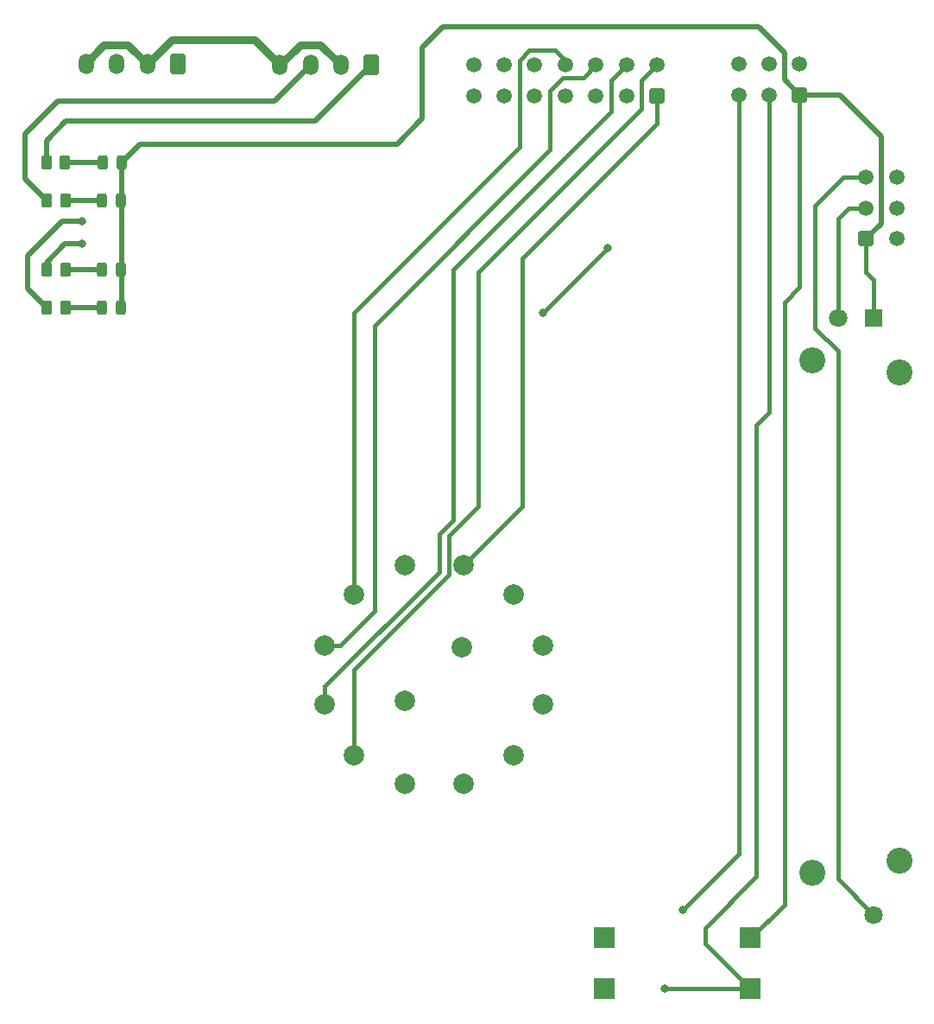
<source format=gbr>
%TF.GenerationSoftware,KiCad,Pcbnew,7.0.5*%
%TF.CreationDate,2023-09-23T15:40:50-05:00*%
%TF.ProjectId,ControlsSim,436f6e74-726f-46c7-9353-696d2e6b6963,rev?*%
%TF.SameCoordinates,Original*%
%TF.FileFunction,Copper,L1,Top*%
%TF.FilePolarity,Positive*%
%FSLAX46Y46*%
G04 Gerber Fmt 4.6, Leading zero omitted, Abs format (unit mm)*
G04 Created by KiCad (PCBNEW 7.0.5) date 2023-09-23 15:40:50*
%MOMM*%
%LPD*%
G01*
G04 APERTURE LIST*
G04 Aperture macros list*
%AMRoundRect*
0 Rectangle with rounded corners*
0 $1 Rounding radius*
0 $2 $3 $4 $5 $6 $7 $8 $9 X,Y pos of 4 corners*
0 Add a 4 corners polygon primitive as box body*
4,1,4,$2,$3,$4,$5,$6,$7,$8,$9,$2,$3,0*
0 Add four circle primitives for the rounded corners*
1,1,$1+$1,$2,$3*
1,1,$1+$1,$4,$5*
1,1,$1+$1,$6,$7*
1,1,$1+$1,$8,$9*
0 Add four rect primitives between the rounded corners*
20,1,$1+$1,$2,$3,$4,$5,0*
20,1,$1+$1,$4,$5,$6,$7,0*
20,1,$1+$1,$6,$7,$8,$9,0*
20,1,$1+$1,$8,$9,$2,$3,0*%
G04 Aperture macros list end*
%TA.AperFunction,SMDPad,CuDef*%
%ADD10RoundRect,0.243750X-0.243750X-0.456250X0.243750X-0.456250X0.243750X0.456250X-0.243750X0.456250X0*%
%TD*%
%TA.AperFunction,SMDPad,CuDef*%
%ADD11RoundRect,0.250000X-0.262500X-0.450000X0.262500X-0.450000X0.262500X0.450000X-0.262500X0.450000X0*%
%TD*%
%TA.AperFunction,ComponentPad*%
%ADD12RoundRect,0.250001X0.499999X0.499999X-0.499999X0.499999X-0.499999X-0.499999X0.499999X-0.499999X0*%
%TD*%
%TA.AperFunction,ComponentPad*%
%ADD13C,1.500000*%
%TD*%
%TA.AperFunction,ComponentPad*%
%ADD14RoundRect,0.250001X0.499999X0.759999X-0.499999X0.759999X-0.499999X-0.759999X0.499999X-0.759999X0*%
%TD*%
%TA.AperFunction,ComponentPad*%
%ADD15O,1.500000X2.020000*%
%TD*%
%TA.AperFunction,SMDPad,CuDef*%
%ADD16RoundRect,0.250000X0.262500X0.450000X-0.262500X0.450000X-0.262500X-0.450000X0.262500X-0.450000X0*%
%TD*%
%TA.AperFunction,ComponentPad*%
%ADD17R,1.800000X1.800000*%
%TD*%
%TA.AperFunction,ComponentPad*%
%ADD18C,1.800000*%
%TD*%
%TA.AperFunction,ComponentPad*%
%ADD19C,2.550000*%
%TD*%
%TA.AperFunction,SMDPad,CuDef*%
%ADD20R,2.100000X2.100000*%
%TD*%
%TA.AperFunction,ComponentPad*%
%ADD21C,2.006600*%
%TD*%
%TA.AperFunction,ComponentPad*%
%ADD22RoundRect,0.250001X0.499999X-0.499999X0.499999X0.499999X-0.499999X0.499999X-0.499999X-0.499999X0*%
%TD*%
%TA.AperFunction,ViaPad*%
%ADD23C,0.800000*%
%TD*%
%TA.AperFunction,Conductor*%
%ADD24C,0.400000*%
%TD*%
%TA.AperFunction,Conductor*%
%ADD25C,0.750000*%
%TD*%
%TA.AperFunction,Conductor*%
%ADD26C,0.500000*%
%TD*%
G04 APERTURE END LIST*
D10*
%TO.P,D4,1,K*%
%TO.N,/A_D_Pre1*%
X118062500Y-67750000D03*
%TO.P,D4,2,A*%
%TO.N,+3V3*%
X119937500Y-67750000D03*
%TD*%
D11*
%TO.P,R4,1*%
%TO.N,/M_D_Pre2*%
X112625500Y-78232000D03*
%TO.P,R4,2*%
%TO.N,/M_D_Pre1*%
X114450500Y-78232000D03*
%TD*%
D12*
%TO.P,J7,1,Pin_1*%
%TO.N,/Rot1*%
X172500000Y-57500000D03*
D13*
%TO.P,J7,2,Pin_2*%
%TO.N,/Rot2*%
X169500000Y-57500000D03*
%TO.P,J7,3,Pin_3*%
%TO.N,/Rot3*%
X166500000Y-57500000D03*
%TO.P,J7,4,Pin_4*%
%TO.N,/Rot4*%
X163500000Y-57500000D03*
%TO.P,J7,5,Pin_5*%
%TO.N,/Rot5*%
X160500000Y-57500000D03*
%TO.P,J7,6,Pin_6*%
%TO.N,unconnected-(J7-Pin_6-Pad6)*%
X157500000Y-57500000D03*
%TO.P,J7,7,Pin_7*%
%TO.N,/Rot7*%
X154500000Y-57500000D03*
%TO.P,J7,8,Pin_8*%
%TO.N,/Rot8*%
X172500000Y-54500000D03*
%TO.P,J7,9,Pin_9*%
%TO.N,/Rot9*%
X169500000Y-54500000D03*
%TO.P,J7,10,Pin_10*%
%TO.N,/Rot10*%
X166500000Y-54500000D03*
%TO.P,J7,11,Pin_11*%
%TO.N,/Rot11*%
X163500000Y-54500000D03*
%TO.P,J7,12,Pin_12*%
%TO.N,unconnected-(J7-Pin_12-Pad12)*%
X160500000Y-54500000D03*
%TO.P,J7,13,Pin_13*%
%TO.N,/RotV+*%
X157500000Y-54500000D03*
%TO.P,J7,14,Pin_14*%
X154500000Y-54500000D03*
%TD*%
D14*
%TO.P,J6,1,Pin_1*%
%TO.N,/A_D_Mn2*%
X144500000Y-54500000D03*
D15*
%TO.P,J6,2,Pin_2*%
%TO.N,GND*%
X141500000Y-54500000D03*
%TO.P,J6,3,Pin_3*%
%TO.N,/A_D_Pre2*%
X138500000Y-54500000D03*
%TO.P,J6,4,Pin_4*%
%TO.N,GND*%
X135500000Y-54500000D03*
%TD*%
D10*
%TO.P,D2,1,K*%
%TO.N,/M_D_Pre1*%
X118062500Y-78250000D03*
%TO.P,D2,2,A*%
%TO.N,+3V3*%
X119937500Y-78250000D03*
%TD*%
D16*
%TO.P,R2,1*%
%TO.N,/M_D_Mn1*%
X114450500Y-74500000D03*
%TO.P,R2,2*%
%TO.N,/M_D_Mn2*%
X112625500Y-74500000D03*
%TD*%
D17*
%TO.P,RV1,1,1*%
%TO.N,+3V3*%
X193750000Y-79250000D03*
D18*
%TO.P,RV1,2,2*%
%TO.N,Acc_Pot_Vo*%
X190250000Y-79250000D03*
%TO.P,RV1,3,3*%
%TO.N,GND*%
X193750000Y-137750000D03*
D19*
%TO.P,RV1,S1*%
%TO.N,N/C*%
X196250000Y-84600000D03*
%TO.P,RV1,S2*%
X187750000Y-83400000D03*
%TO.P,RV1,S3*%
X196250000Y-132400000D03*
%TO.P,RV1,S4*%
X187750000Y-133600000D03*
%TD*%
D10*
%TO.P,D3,1,K*%
%TO.N,/A_D_Mn1*%
X118125000Y-64000000D03*
%TO.P,D3,2,A*%
%TO.N,+3V3*%
X120000000Y-64000000D03*
%TD*%
%TO.P,D1,1,K*%
%TO.N,/M_D_Mn1*%
X118062500Y-74500000D03*
%TO.P,D1,2,A*%
%TO.N,+3V3*%
X119937500Y-74500000D03*
%TD*%
D16*
%TO.P,R7,1*%
%TO.N,/A_D_Pre1*%
X114450500Y-67750000D03*
%TO.P,R7,2*%
%TO.N,/A_D_Pre2*%
X112625500Y-67750000D03*
%TD*%
D20*
%TO.P,S1,1,NO_1*%
%TO.N,unconnected-(S1-NO_1-Pad1)*%
X167350000Y-140000000D03*
%TO.P,S1,2,NO_2*%
%TO.N,+3V3*%
X181650000Y-140000000D03*
%TO.P,S1,3,COM_1*%
%TO.N,unconnected-(S1-COM_1-Pad3)*%
X167350000Y-145000000D03*
%TO.P,S1,4,COM_2*%
%TO.N,Brk_Signal*%
X181650000Y-145000000D03*
%TD*%
D12*
%TO.P,J3,1,Pin_1*%
%TO.N,+3V3*%
X186500000Y-57415000D03*
D13*
%TO.P,J3,2,Pin_2*%
%TO.N,Brk_Signal*%
X183500000Y-57415000D03*
%TO.P,J3,3,Pin_3*%
%TO.N,GND*%
X180500000Y-57415000D03*
%TO.P,J3,4,Pin_4*%
%TO.N,unconnected-(J3-Pin_4-Pad4)*%
X186500000Y-54415000D03*
%TO.P,J3,5,Pin_5*%
%TO.N,unconnected-(J3-Pin_5-Pad5)*%
X183500000Y-54415000D03*
%TO.P,J3,6,Pin_6*%
%TO.N,unconnected-(J3-Pin_6-Pad6)*%
X180500000Y-54415000D03*
%TD*%
D21*
%TO.P,SW2,1,1*%
%TO.N,/Rot1*%
X153499999Y-103500000D03*
%TO.P,SW2,2,2*%
%TO.N,/Rot2*%
X158475905Y-106372839D03*
%TO.P,SW2,3,3*%
%TO.N,/Rot3*%
X161348744Y-111348744D03*
%TO.P,SW2,4,4*%
%TO.N,/Rot4*%
X161348744Y-117094423D03*
%TO.P,SW2,5,5*%
%TO.N,/Rot5*%
X158475905Y-122070328D03*
%TO.P,SW2,6,6*%
%TO.N,unconnected-(SW2-Pad6)*%
X153499999Y-124943167D03*
%TO.P,SW2,7,7*%
%TO.N,/Rot7*%
X147754321Y-124943167D03*
%TO.P,SW2,8,8*%
%TO.N,/Rot8*%
X142778416Y-122070328D03*
%TO.P,SW2,9,9*%
%TO.N,/Rot9*%
X139905577Y-117094423D03*
%TO.P,SW2,10,10*%
%TO.N,/Rot10*%
X139905577Y-111348744D03*
%TO.P,SW2,11,11*%
%TO.N,/Rot11*%
X142778416Y-106372839D03*
%TO.P,SW2,12,12*%
%TO.N,unconnected-(SW2-Pad12)*%
X147754321Y-103500000D03*
%TO.P,SW2,13,13*%
%TO.N,/RotV+*%
X153357158Y-111491586D03*
%TO.P,SW2,14,14*%
X147785000Y-116809600D03*
%TD*%
D22*
%TO.P,J2,1,Pin_1*%
%TO.N,+3V3*%
X193000000Y-71500000D03*
D13*
%TO.P,J2,2,Pin_2*%
%TO.N,Acc_Pot_Vo*%
X193000000Y-68500000D03*
%TO.P,J2,3,Pin_3*%
%TO.N,GND*%
X193000000Y-65500000D03*
%TO.P,J2,4,Pin_4*%
%TO.N,unconnected-(J2-Pin_4-Pad4)*%
X196000000Y-71500000D03*
%TO.P,J2,5,Pin_5*%
%TO.N,unconnected-(J2-Pin_5-Pad5)*%
X196000000Y-68500000D03*
%TO.P,J2,6,Pin_6*%
%TO.N,unconnected-(J2-Pin_6-Pad6)*%
X196000000Y-65500000D03*
%TD*%
D14*
%TO.P,J5,1,Pin_1*%
%TO.N,/M_D_Mn2*%
X125500000Y-54415000D03*
D15*
%TO.P,J5,2,Pin_2*%
%TO.N,GND*%
X122500000Y-54415000D03*
%TO.P,J5,3,Pin_3*%
%TO.N,/M_D_Pre2*%
X119500000Y-54415000D03*
%TO.P,J5,4,Pin_4*%
%TO.N,GND*%
X116500000Y-54415000D03*
%TD*%
D16*
%TO.P,R5,1*%
%TO.N,/A_D_Mn1*%
X114412500Y-64000000D03*
%TO.P,R5,2*%
%TO.N,/A_D_Mn2*%
X112587500Y-64000000D03*
%TD*%
D23*
%TO.N,GND*%
X175000000Y-137250000D03*
%TO.N,/Rot2*%
X161290000Y-78740000D03*
X167640000Y-72390000D03*
%TO.N,Brk_Signal*%
X173250000Y-145000000D03*
%TO.N,/M_D_Pre2*%
X116078000Y-69750000D03*
%TO.N,/M_D_Mn2*%
X116078000Y-72000000D03*
%TD*%
D24*
%TO.N,GND*%
X188000000Y-80250000D02*
X188000000Y-68250000D01*
D25*
X116500000Y-54415000D02*
X116500000Y-54250000D01*
X141500000Y-54500000D02*
X139500000Y-52500000D01*
X116500000Y-54250000D02*
X118250000Y-52500000D01*
X118250000Y-52500000D02*
X120585000Y-52500000D01*
D24*
X193750000Y-137750000D02*
X190250000Y-134250000D01*
D25*
X139500000Y-52500000D02*
X137500000Y-52500000D01*
D24*
X190250000Y-82500000D02*
X188000000Y-80250000D01*
D25*
X133000000Y-52000000D02*
X124915000Y-52000000D01*
X135500000Y-54500000D02*
X133000000Y-52000000D01*
D24*
X180500000Y-57415000D02*
X180500000Y-131750000D01*
X180500000Y-131750000D02*
X175000000Y-137250000D01*
X190750000Y-65500000D02*
X193000000Y-65500000D01*
X188000000Y-68250000D02*
X190750000Y-65500000D01*
D25*
X137500000Y-52500000D02*
X135500000Y-54500000D01*
X120585000Y-52500000D02*
X122500000Y-54415000D01*
D24*
X190250000Y-134250000D02*
X190250000Y-82500000D01*
D25*
X124915000Y-52000000D02*
X122500000Y-54415000D01*
D26*
%TO.N,/M_D_Mn1*%
X118062500Y-74500000D02*
X114412500Y-74500000D01*
%TO.N,/M_D_Pre1*%
X118062500Y-78250000D02*
X114412500Y-78250000D01*
%TO.N,/A_D_Mn1*%
X118125000Y-64000000D02*
X114412500Y-64000000D01*
%TO.N,/A_D_Pre1*%
X118062500Y-67750000D02*
X114350000Y-67750000D01*
D24*
%TO.N,+3V3*%
X193000000Y-74750000D02*
X193750000Y-75500000D01*
X186500000Y-57415000D02*
X186500000Y-76250000D01*
D26*
X182500000Y-50750000D02*
X151500000Y-50750000D01*
X194500000Y-70000000D02*
X194500000Y-61500000D01*
D24*
X193750000Y-75500000D02*
X193750000Y-79250000D01*
D26*
X190415000Y-57415000D02*
X186500000Y-57415000D01*
D24*
X181750000Y-140000000D02*
X181650000Y-140000000D01*
D26*
X193000000Y-71500000D02*
X194500000Y-70000000D01*
X120000000Y-78187500D02*
X119937500Y-78250000D01*
D24*
X186500000Y-76250000D02*
X185000000Y-77750000D01*
X193000000Y-71500000D02*
X193000000Y-74750000D01*
D26*
X121750000Y-62250000D02*
X120000000Y-64000000D01*
X185000000Y-55915000D02*
X185000000Y-53250000D01*
D24*
X185000000Y-77750000D02*
X185000000Y-136750000D01*
D26*
X120000000Y-64000000D02*
X120000000Y-78187500D01*
X194500000Y-61500000D02*
X190415000Y-57415000D01*
X186500000Y-57415000D02*
X185000000Y-55915000D01*
X151500000Y-50750000D02*
X149500000Y-52750000D01*
D24*
X185000000Y-136750000D02*
X181750000Y-140000000D01*
D26*
X149500000Y-52750000D02*
X149500000Y-59750000D01*
X149500000Y-59750000D02*
X147000000Y-62250000D01*
X185000000Y-53250000D02*
X182500000Y-50750000D01*
X147000000Y-62250000D02*
X121750000Y-62250000D01*
%TO.N,/A_D_Mn2*%
X114500000Y-60000000D02*
X139000000Y-60000000D01*
X112587500Y-64000000D02*
X112587500Y-61912500D01*
X139000000Y-60000000D02*
X144500000Y-54500000D01*
X112587500Y-61912500D02*
X114500000Y-60000000D01*
D24*
%TO.N,/Rot1*%
X159300000Y-73450000D02*
X172500000Y-60250000D01*
X153499999Y-103500000D02*
X159300000Y-97699999D01*
X159300000Y-97699999D02*
X159300000Y-73450000D01*
X172500000Y-60250000D02*
X172500000Y-57500000D01*
%TO.N,/Rot2*%
X161290000Y-78740000D02*
X167640000Y-72390000D01*
%TO.N,/Rot8*%
X152096699Y-100633301D02*
X155000000Y-97730000D01*
X155000000Y-74750000D02*
X171000000Y-58750000D01*
X142778416Y-113761584D02*
X152096699Y-104443301D01*
X152096699Y-104443301D02*
X152096699Y-100633301D01*
X171000000Y-56000000D02*
X172500000Y-54500000D01*
X171000000Y-58750000D02*
X171000000Y-56000000D01*
X155000000Y-97730000D02*
X155000000Y-74750000D01*
X142778416Y-122070328D02*
X142778416Y-113761584D01*
%TO.N,/Rot9*%
X151130000Y-104140000D02*
X151130000Y-100430000D01*
X152500000Y-74500000D02*
X168000000Y-59000000D01*
X151130000Y-100430000D02*
X152500000Y-99060000D01*
X152500000Y-99060000D02*
X152500000Y-74500000D01*
X168000000Y-56000000D02*
X169500000Y-54500000D01*
X139905577Y-117094423D02*
X139905577Y-115364423D01*
X139905577Y-115364423D02*
X151130000Y-104140000D01*
X168000000Y-59000000D02*
X168000000Y-56000000D01*
%TO.N,/Rot10*%
X162000000Y-62790000D02*
X162000000Y-57000000D01*
X163250000Y-55750000D02*
X165250000Y-55750000D01*
X144780000Y-80010000D02*
X162000000Y-62790000D01*
X144780000Y-107950000D02*
X144780000Y-80010000D01*
X165250000Y-55750000D02*
X166500000Y-54500000D01*
X162000000Y-57000000D02*
X163250000Y-55750000D01*
X139905577Y-111348744D02*
X141381256Y-111348744D01*
X141381256Y-111348744D02*
X144780000Y-107950000D01*
%TO.N,/Rot11*%
X142778416Y-78721584D02*
X159000000Y-62500000D01*
X160000000Y-53000000D02*
X162500000Y-53000000D01*
X162500000Y-53000000D02*
X163500000Y-54000000D01*
X163500000Y-54000000D02*
X163500000Y-54500000D01*
X142778416Y-106372839D02*
X142778416Y-78721584D01*
X159000000Y-54000000D02*
X160000000Y-53000000D01*
X159000000Y-62500000D02*
X159000000Y-54000000D01*
%TO.N,Acc_Pot_Vo*%
X191250000Y-68500000D02*
X190250000Y-69500000D01*
X193000000Y-68500000D02*
X191250000Y-68500000D01*
X190250000Y-69500000D02*
X190250000Y-79250000D01*
%TO.N,Brk_Signal*%
X181650000Y-145000000D02*
X173250000Y-145000000D01*
X177250000Y-139000000D02*
X177250000Y-140600000D01*
X183500000Y-88500000D02*
X182250000Y-89750000D01*
X182250000Y-134000000D02*
X177250000Y-139000000D01*
X183500000Y-57415000D02*
X183500000Y-88500000D01*
X177250000Y-140600000D02*
X181650000Y-145000000D01*
X182250000Y-89750000D02*
X182250000Y-134000000D01*
D26*
%TO.N,/M_D_Pre2*%
X116078000Y-69750000D02*
X114146000Y-69750000D01*
X110744000Y-73152000D02*
X110744000Y-76350500D01*
X110744000Y-76350500D02*
X112625500Y-78232000D01*
X114146000Y-69750000D02*
X110744000Y-73152000D01*
%TO.N,/M_D_Mn2*%
X114436000Y-72000000D02*
X112625500Y-73810500D01*
X112625500Y-73810500D02*
X112625500Y-74500000D01*
X116078000Y-72000000D02*
X114436000Y-72000000D01*
%TO.N,/A_D_Pre2*%
X110490000Y-61214000D02*
X110490000Y-65614500D01*
X113704000Y-58000000D02*
X110490000Y-61214000D01*
X138500000Y-54500000D02*
X135000000Y-58000000D01*
X110490000Y-65614500D02*
X112625500Y-67750000D01*
X135000000Y-58000000D02*
X113704000Y-58000000D01*
%TD*%
M02*

</source>
